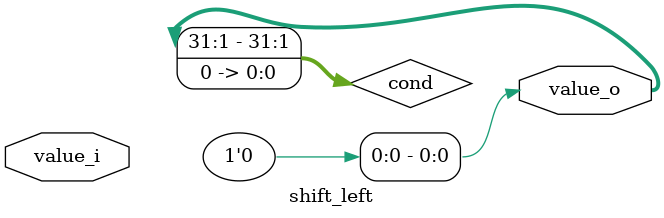
<source format=sv>
module shift_left #(parameter N = 1'b0)(
	input logic [31:0] value_i,
	output logic [31:0] value_o
	);
	
//	logic [31:0] temp [32];
//	logic cond;
//	logic [4:0] N_new;
//	
//	assign N_new = N;
//	assign cond = N_new[0] | N_new[1] | N_new[2] | N_new[3] | N_new[4]; // compare with 1
//	mux2to1_32bit MU0(.a_i(value_i), .b_i({value_i[30:1], 1'b0}), .se_i(cond), .c_o(temp[0]));
//	decrease1 D0(.N_i(N), .N_o(N_new));
	logic [31:0] cond;
	assign cond[N:0] = {1'b0, {N{1'b1}}};
	assign value_o = cond;
	
endmodule

//module decrease1(
//	input logic [4:0] N_i,
//	output logic [4:0] N_o
//	);
//	
//	logic [4:0] bor;
//	
//	full_subtractor SB0(.a_i(N_i[0]), .b_i(1'b1), .c_i(0), .d_o(N_o[0]), .b_o(bor[0]));
//	full_subtractor SB1(.a_i(N_i[1]), .b_i(1'b0), .c_i(bor[0]), .d_o(N_o[1]), .b_o(bor[1]));
//	full_subtractor SB2(.a_i(N_i[2]), .b_i(1'b0), .c_i(bor[1]), .d_o(N_o[2]), .b_o(bor[2]));
//	full_subtractor SB3(.a_i(N_i[3]), .b_i(1'b0), .c_i(bor[2]), .d_o(N_o[3]), .b_o(bor[3]));
//	full_subtractor SB4(.a_i(N_i[4]), .b_i(1'b0), .c_i(bor[3]), .d_o(N_o[4]), .b_o(bor[4]));
//	
//endmodule

</source>
